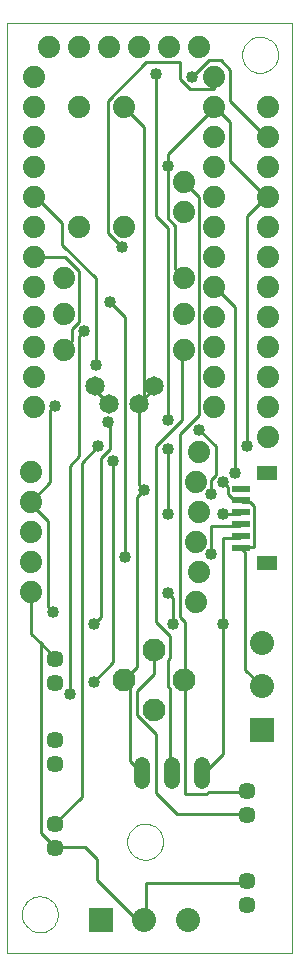
<source format=gtl>
G75*
G70*
%OFA0B0*%
%FSLAX24Y24*%
%IPPOS*%
%LPD*%
%AMOC8*
5,1,8,0,0,1.08239X$1,22.5*
%
%ADD10C,0.0000*%
%ADD11C,0.0740*%
%ADD12C,0.0570*%
%ADD13C,0.0760*%
%ADD14R,0.0800X0.0800*%
%ADD15C,0.0800*%
%ADD16R,0.0709X0.0472*%
%ADD17R,0.0610X0.0236*%
%ADD18C,0.0520*%
%ADD19C,0.0650*%
%ADD20C,0.0100*%
%ADD21C,0.0400*%
D10*
X000902Y000457D02*
X000902Y031457D01*
X010402Y031457D01*
X010402Y000457D01*
X000902Y000457D01*
X001392Y001737D02*
X001394Y001786D01*
X001400Y001834D01*
X001410Y001882D01*
X001424Y001929D01*
X001441Y001975D01*
X001462Y002019D01*
X001487Y002061D01*
X001515Y002101D01*
X001547Y002139D01*
X001581Y002174D01*
X001618Y002206D01*
X001657Y002235D01*
X001699Y002261D01*
X001743Y002283D01*
X001788Y002301D01*
X001835Y002316D01*
X001882Y002327D01*
X001931Y002334D01*
X001980Y002337D01*
X002029Y002336D01*
X002077Y002331D01*
X002126Y002322D01*
X002173Y002309D01*
X002219Y002292D01*
X002263Y002272D01*
X002306Y002248D01*
X002347Y002221D01*
X002385Y002190D01*
X002421Y002157D01*
X002453Y002121D01*
X002483Y002082D01*
X002510Y002041D01*
X002533Y001997D01*
X002552Y001952D01*
X002568Y001906D01*
X002580Y001859D01*
X002588Y001810D01*
X002592Y001761D01*
X002592Y001713D01*
X002588Y001664D01*
X002580Y001615D01*
X002568Y001568D01*
X002552Y001522D01*
X002533Y001477D01*
X002510Y001433D01*
X002483Y001392D01*
X002453Y001353D01*
X002421Y001317D01*
X002385Y001284D01*
X002347Y001253D01*
X002306Y001226D01*
X002263Y001202D01*
X002219Y001182D01*
X002173Y001165D01*
X002126Y001152D01*
X002077Y001143D01*
X002029Y001138D01*
X001980Y001137D01*
X001931Y001140D01*
X001882Y001147D01*
X001835Y001158D01*
X001788Y001173D01*
X001743Y001191D01*
X001699Y001213D01*
X001657Y001239D01*
X001618Y001268D01*
X001581Y001300D01*
X001547Y001335D01*
X001515Y001373D01*
X001487Y001413D01*
X001462Y001455D01*
X001441Y001499D01*
X001424Y001545D01*
X001410Y001592D01*
X001400Y001640D01*
X001394Y001688D01*
X001392Y001737D01*
X004902Y004157D02*
X004904Y004206D01*
X004910Y004254D01*
X004920Y004302D01*
X004934Y004349D01*
X004951Y004395D01*
X004972Y004439D01*
X004997Y004481D01*
X005025Y004521D01*
X005057Y004559D01*
X005091Y004594D01*
X005128Y004626D01*
X005167Y004655D01*
X005209Y004681D01*
X005253Y004703D01*
X005298Y004721D01*
X005345Y004736D01*
X005392Y004747D01*
X005441Y004754D01*
X005490Y004757D01*
X005539Y004756D01*
X005587Y004751D01*
X005636Y004742D01*
X005683Y004729D01*
X005729Y004712D01*
X005773Y004692D01*
X005816Y004668D01*
X005857Y004641D01*
X005895Y004610D01*
X005931Y004577D01*
X005963Y004541D01*
X005993Y004502D01*
X006020Y004461D01*
X006043Y004417D01*
X006062Y004372D01*
X006078Y004326D01*
X006090Y004279D01*
X006098Y004230D01*
X006102Y004181D01*
X006102Y004133D01*
X006098Y004084D01*
X006090Y004035D01*
X006078Y003988D01*
X006062Y003942D01*
X006043Y003897D01*
X006020Y003853D01*
X005993Y003812D01*
X005963Y003773D01*
X005931Y003737D01*
X005895Y003704D01*
X005857Y003673D01*
X005816Y003646D01*
X005773Y003622D01*
X005729Y003602D01*
X005683Y003585D01*
X005636Y003572D01*
X005587Y003563D01*
X005539Y003558D01*
X005490Y003557D01*
X005441Y003560D01*
X005392Y003567D01*
X005345Y003578D01*
X005298Y003593D01*
X005253Y003611D01*
X005209Y003633D01*
X005167Y003659D01*
X005128Y003688D01*
X005091Y003720D01*
X005057Y003755D01*
X005025Y003793D01*
X004997Y003833D01*
X004972Y003875D01*
X004951Y003919D01*
X004934Y003965D01*
X004920Y004012D01*
X004910Y004060D01*
X004904Y004108D01*
X004902Y004157D01*
X008732Y030387D02*
X008734Y030436D01*
X008740Y030484D01*
X008750Y030532D01*
X008764Y030579D01*
X008781Y030625D01*
X008802Y030669D01*
X008827Y030711D01*
X008855Y030751D01*
X008887Y030789D01*
X008921Y030824D01*
X008958Y030856D01*
X008997Y030885D01*
X009039Y030911D01*
X009083Y030933D01*
X009128Y030951D01*
X009175Y030966D01*
X009222Y030977D01*
X009271Y030984D01*
X009320Y030987D01*
X009369Y030986D01*
X009417Y030981D01*
X009466Y030972D01*
X009513Y030959D01*
X009559Y030942D01*
X009603Y030922D01*
X009646Y030898D01*
X009687Y030871D01*
X009725Y030840D01*
X009761Y030807D01*
X009793Y030771D01*
X009823Y030732D01*
X009850Y030691D01*
X009873Y030647D01*
X009892Y030602D01*
X009908Y030556D01*
X009920Y030509D01*
X009928Y030460D01*
X009932Y030411D01*
X009932Y030363D01*
X009928Y030314D01*
X009920Y030265D01*
X009908Y030218D01*
X009892Y030172D01*
X009873Y030127D01*
X009850Y030083D01*
X009823Y030042D01*
X009793Y030003D01*
X009761Y029967D01*
X009725Y029934D01*
X009687Y029903D01*
X009646Y029876D01*
X009603Y029852D01*
X009559Y029832D01*
X009513Y029815D01*
X009466Y029802D01*
X009417Y029793D01*
X009369Y029788D01*
X009320Y029787D01*
X009271Y029790D01*
X009222Y029797D01*
X009175Y029808D01*
X009128Y029823D01*
X009083Y029841D01*
X009039Y029863D01*
X008997Y029889D01*
X008958Y029918D01*
X008921Y029950D01*
X008887Y029985D01*
X008855Y030023D01*
X008827Y030063D01*
X008802Y030105D01*
X008781Y030149D01*
X008764Y030195D01*
X008750Y030242D01*
X008740Y030290D01*
X008734Y030338D01*
X008732Y030387D01*
D11*
X007802Y029657D03*
X007802Y028657D03*
X007802Y027657D03*
X007802Y026657D03*
X007802Y025657D03*
X007802Y024657D03*
X007802Y023657D03*
X007802Y022657D03*
X007802Y021657D03*
X007802Y020657D03*
X007802Y019657D03*
X007802Y018657D03*
X007302Y017157D03*
X007202Y016157D03*
X007302Y015157D03*
X007202Y014157D03*
X007302Y013157D03*
X007202Y012157D03*
X009602Y017657D03*
X009602Y018657D03*
X009602Y019657D03*
X009602Y020657D03*
X009602Y021657D03*
X009602Y022657D03*
X009602Y023657D03*
X009602Y024657D03*
X009602Y025657D03*
X009602Y026657D03*
X009602Y027657D03*
X009602Y028657D03*
X007302Y030657D03*
X006302Y030657D03*
X005302Y030657D03*
X004802Y028657D03*
X004302Y030657D03*
X003302Y030657D03*
X003302Y028657D03*
X002302Y030657D03*
X001802Y029657D03*
X001802Y028657D03*
X001802Y027657D03*
X001802Y026657D03*
X001802Y025657D03*
X001802Y024657D03*
X001802Y023657D03*
X001802Y022657D03*
X001802Y021657D03*
X001802Y020657D03*
X001802Y019657D03*
X001802Y018657D03*
X001692Y016467D03*
X001692Y015467D03*
X001692Y014467D03*
X001692Y013467D03*
X001692Y012467D03*
X002802Y020557D03*
X002802Y021757D03*
X002802Y022957D03*
X003302Y024657D03*
X004802Y024657D03*
X006802Y025157D03*
X006802Y026157D03*
X006802Y022957D03*
X006802Y021757D03*
X006802Y020557D03*
D12*
X002502Y010251D03*
X002502Y009464D03*
X002502Y007551D03*
X002502Y006764D03*
X002502Y004751D03*
X002502Y003964D03*
X008902Y005064D03*
X008902Y005851D03*
X008902Y002851D03*
X008902Y002064D03*
D13*
X006802Y009557D03*
X005802Y008557D03*
X005802Y010557D03*
X004802Y009557D03*
D14*
X004032Y001557D03*
X009402Y007887D03*
D15*
X009402Y009335D03*
X009402Y010783D03*
X006928Y001557D03*
X005480Y001557D03*
D16*
X009578Y013446D03*
X009578Y016438D03*
D17*
X008702Y015926D03*
X008702Y015532D03*
X008702Y015138D03*
X008702Y014745D03*
X008702Y014351D03*
X008702Y013957D03*
D18*
X007402Y006717D02*
X007402Y006197D01*
X006402Y006197D02*
X006402Y006717D01*
X005402Y006717D02*
X005402Y006197D01*
D19*
X005302Y018757D03*
X005786Y019357D03*
X004302Y018757D03*
X003818Y019357D03*
D20*
X003862Y019337D01*
X003862Y019177D01*
X004262Y018777D01*
X004302Y018757D01*
X004262Y018137D02*
X004342Y018057D01*
X004342Y017257D01*
X004022Y016937D01*
X004022Y011657D01*
X003782Y011417D01*
X004422Y010137D02*
X004422Y016857D01*
X003942Y017337D02*
X003382Y016777D01*
X003382Y005657D01*
X002502Y004777D01*
X002502Y004751D01*
X002022Y004457D02*
X002502Y003977D01*
X002502Y003964D01*
X002506Y003967D01*
X003512Y003967D01*
X003892Y003587D01*
X003892Y002897D01*
X005212Y001577D01*
X005462Y001577D01*
X005480Y001557D01*
X005542Y001577D01*
X005542Y002777D01*
X008902Y002777D01*
X008902Y002851D01*
X008902Y002857D01*
X008902Y005064D02*
X008902Y005097D01*
X006552Y005097D01*
X005852Y005797D01*
X005852Y007727D01*
X005862Y007737D01*
X005222Y008377D01*
X005222Y009177D01*
X005782Y009737D01*
X005782Y010537D01*
X005802Y010557D01*
X006342Y011017D02*
X005862Y011497D01*
X005862Y017337D01*
X006742Y018217D01*
X006742Y020537D01*
X006802Y020557D01*
X007302Y018377D02*
X006662Y017737D01*
X006662Y011657D01*
X006822Y011497D01*
X006822Y009577D01*
X006802Y009557D01*
X006822Y009497D01*
X006822Y005737D01*
X007542Y005737D01*
X007622Y005817D01*
X008902Y005817D01*
X008902Y005851D01*
X008102Y007097D02*
X007462Y006457D01*
X007402Y006457D01*
X008102Y007097D02*
X008102Y011417D01*
X008102Y014297D01*
X008662Y014297D01*
X008702Y014351D01*
X008662Y014697D02*
X008702Y014745D01*
X008662Y014697D02*
X007702Y014697D01*
X007702Y013737D01*
X008102Y015097D02*
X008662Y015097D01*
X008702Y015138D01*
X008742Y015497D02*
X008702Y015532D01*
X008662Y015577D01*
X008422Y015577D01*
X008262Y015737D01*
X008262Y015977D01*
X008102Y016137D01*
X007862Y016377D02*
X007862Y017337D01*
X007302Y017897D01*
X007302Y018377D02*
X007302Y025657D01*
X006802Y026157D01*
X006262Y024937D02*
X006502Y024697D01*
X006502Y023257D01*
X006802Y022957D01*
X006262Y024617D02*
X005862Y025017D01*
X005862Y029737D01*
X005542Y030137D02*
X006662Y030137D01*
X006662Y029577D01*
X006982Y029257D01*
X007782Y029257D01*
X007782Y029657D01*
X007802Y029657D01*
X007622Y030217D02*
X007062Y029657D01*
X007622Y030217D02*
X008022Y030217D01*
X008342Y029897D01*
X008342Y028857D01*
X009542Y027657D01*
X009602Y027657D01*
X008342Y026857D02*
X009542Y025657D01*
X009602Y025657D01*
X009542Y025657D02*
X008902Y025017D01*
X008902Y017337D01*
X008502Y016457D02*
X008502Y021977D01*
X007862Y022617D01*
X007802Y022657D01*
X008342Y026857D02*
X008342Y028137D01*
X007862Y028617D01*
X007802Y028657D01*
X007782Y028617D01*
X006262Y027097D01*
X006262Y026697D01*
X006262Y024937D01*
X006262Y024617D02*
X006262Y018217D01*
X006262Y017257D02*
X006262Y015097D01*
X005462Y015897D02*
X005222Y015657D01*
X005222Y009977D01*
X004802Y009557D01*
X004822Y009497D01*
X004982Y009337D01*
X004982Y006857D01*
X005382Y006457D01*
X005402Y006457D01*
X006342Y006457D02*
X006402Y006457D01*
X006342Y006457D02*
X006342Y009257D01*
X006262Y009337D01*
X006262Y010217D01*
X006342Y010297D01*
X006342Y011017D01*
X006422Y011417D02*
X006422Y012297D01*
X006262Y012457D01*
X005462Y015897D02*
X005302Y016057D01*
X005302Y018757D01*
X005462Y018937D01*
X005462Y027977D01*
X004822Y028617D01*
X004802Y028657D01*
X004262Y028857D02*
X005542Y030137D01*
X004262Y028857D02*
X004262Y024457D01*
X004742Y023977D01*
X004342Y022137D02*
X004822Y021657D01*
X004822Y013657D01*
X004422Y010137D02*
X003782Y009497D01*
X002982Y009097D02*
X002982Y016697D01*
X003302Y017017D01*
X003302Y021017D01*
X003462Y021177D01*
X003302Y021497D02*
X003302Y023177D01*
X002822Y023657D01*
X001802Y023657D01*
X002742Y024777D02*
X001862Y025657D01*
X001802Y025657D01*
X002742Y024777D02*
X002742Y024057D01*
X003862Y022937D01*
X003862Y020057D01*
X003062Y021257D02*
X003302Y021497D01*
X003062Y021257D02*
X003062Y020857D01*
X002822Y020617D01*
X002802Y020557D01*
X002502Y018697D02*
X002342Y018537D01*
X002342Y016137D01*
X001702Y015497D01*
X001692Y015467D01*
X001702Y015417D01*
X002262Y014857D01*
X002262Y011977D01*
X002422Y011817D01*
X001702Y011097D02*
X002022Y010777D01*
X002022Y004457D01*
X002502Y003964D02*
X002502Y003897D01*
X002502Y010251D02*
X002502Y010297D01*
X002022Y010777D01*
X001702Y011097D02*
X001702Y012457D01*
X001692Y012467D01*
X005302Y018757D02*
X005302Y018777D01*
X005462Y018937D01*
X005782Y019257D01*
X005782Y019337D01*
X005786Y019357D01*
X007862Y016377D02*
X007702Y016217D01*
X007702Y015737D01*
X008742Y015497D02*
X008982Y015497D01*
X009142Y015337D01*
X009142Y013977D01*
X008742Y013977D01*
X008702Y013957D01*
X008742Y013897D01*
X008822Y013817D01*
X008822Y009897D01*
X009382Y009337D01*
X009402Y009335D01*
D21*
X008102Y011417D03*
X007702Y013737D03*
X008102Y015097D03*
X007702Y015737D03*
X008102Y016137D03*
X008502Y016457D03*
X008902Y017337D03*
X007302Y017897D03*
X006262Y018217D03*
X006262Y017257D03*
X005462Y015897D03*
X006262Y015097D03*
X006262Y012457D03*
X006422Y011417D03*
X004822Y013657D03*
X003782Y011417D03*
X003782Y009497D03*
X002982Y009097D03*
X002422Y011817D03*
X004422Y016857D03*
X003942Y017337D03*
X004262Y018137D03*
X003862Y020057D03*
X003462Y021177D03*
X004342Y022137D03*
X004742Y023977D03*
X006262Y026697D03*
X007062Y029657D03*
X005862Y029737D03*
X002502Y018697D03*
M02*

</source>
